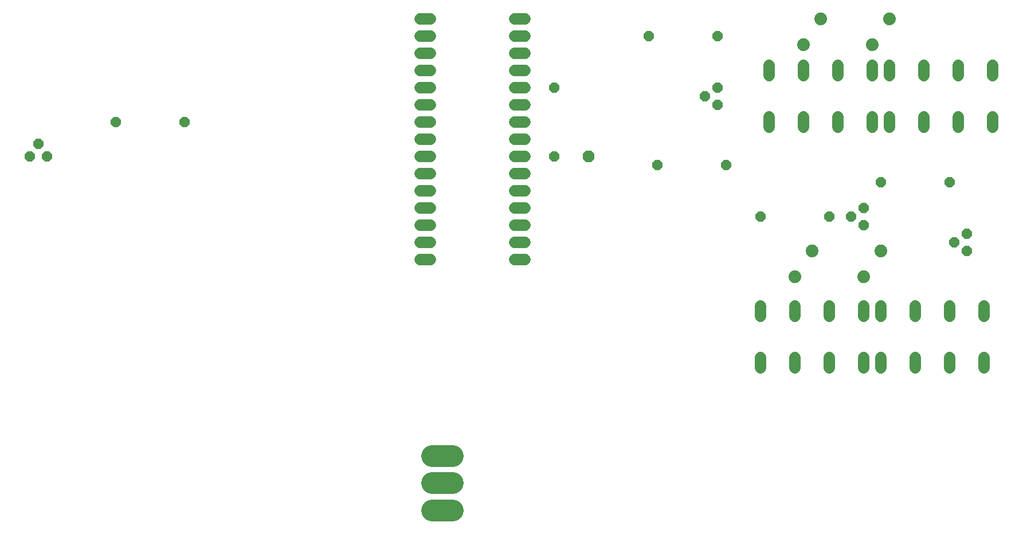
<source format=gbr>
G04 EAGLE Gerber X2 export*
%TF.Part,Single*%
%TF.FileFunction,Soldermask,Top,1*%
%TF.FilePolarity,Negative*%
%TF.GenerationSoftware,Autodesk,EAGLE,9.0.1*%
%TF.CreationDate,2018-06-20T09:19:30Z*%
G75*
%MOMM*%
%FSLAX34Y34*%
%LPD*%
%AMOC8*
5,1,8,0,0,1.08239X$1,22.5*%
G01*
%ADD10C,1.879600*%
%ADD11C,1.727200*%
%ADD12P,1.869504X8X22.500000*%
%ADD13P,1.649562X8X22.500000*%
%ADD14P,1.649562X8X292.500000*%
%ADD15C,3.213100*%
%ADD16P,1.649562X8X112.500000*%


D10*
X736600Y355600D03*
X635000Y355600D03*
X762000Y393700D03*
X660400Y393700D03*
X749300Y698500D03*
X647700Y698500D03*
X774700Y736600D03*
X673100Y736600D03*
D11*
X236220Y381000D02*
X220980Y381000D01*
X220980Y406400D02*
X236220Y406400D01*
X236220Y431800D02*
X220980Y431800D01*
X220980Y457200D02*
X236220Y457200D01*
X236220Y482600D02*
X220980Y482600D01*
X220980Y508000D02*
X236220Y508000D01*
X236220Y533400D02*
X220980Y533400D01*
X220980Y558800D02*
X236220Y558800D01*
X236220Y584200D02*
X220980Y584200D01*
X220980Y609600D02*
X236220Y609600D01*
X236220Y635000D02*
X220980Y635000D01*
X220980Y660400D02*
X236220Y660400D01*
X236220Y685800D02*
X220980Y685800D01*
X220980Y711200D02*
X236220Y711200D01*
X236220Y736600D02*
X220980Y736600D01*
X96520Y736600D02*
X81280Y736600D01*
X81280Y711200D02*
X96520Y711200D01*
X96520Y685800D02*
X81280Y685800D01*
X81280Y660400D02*
X96520Y660400D01*
X96520Y635000D02*
X81280Y635000D01*
X81280Y609600D02*
X96520Y609600D01*
X96520Y584200D02*
X81280Y584200D01*
X81280Y558800D02*
X96520Y558800D01*
X96520Y533400D02*
X81280Y533400D01*
X81280Y508000D02*
X96520Y508000D01*
X96520Y482600D02*
X81280Y482600D01*
X81280Y457200D02*
X96520Y457200D01*
X96520Y431800D02*
X81280Y431800D01*
X81280Y406400D02*
X96520Y406400D01*
X96520Y381000D02*
X81280Y381000D01*
D12*
X330200Y533400D03*
D11*
X584200Y236220D02*
X584200Y220980D01*
X635000Y220980D02*
X635000Y236220D01*
X685800Y236220D02*
X685800Y220980D01*
X736600Y220980D02*
X736600Y236220D01*
X812800Y236220D02*
X812800Y220980D01*
X863600Y220980D02*
X863600Y236220D01*
X914400Y236220D02*
X914400Y220980D01*
X914400Y297180D02*
X914400Y312420D01*
X863600Y312420D02*
X863600Y297180D01*
X812800Y297180D02*
X812800Y312420D01*
X736600Y312420D02*
X736600Y297180D01*
X685800Y297180D02*
X685800Y312420D01*
X635000Y312420D02*
X635000Y297180D01*
X584200Y297180D02*
X584200Y312420D01*
X762000Y236220D02*
X762000Y220980D01*
X762000Y297180D02*
X762000Y312420D01*
X596900Y576580D02*
X596900Y591820D01*
X647700Y591820D02*
X647700Y576580D01*
X698500Y576580D02*
X698500Y591820D01*
X749300Y591820D02*
X749300Y576580D01*
X825500Y576580D02*
X825500Y591820D01*
X876300Y591820D02*
X876300Y576580D01*
X927100Y576580D02*
X927100Y591820D01*
X927100Y652780D02*
X927100Y668020D01*
X876300Y668020D02*
X876300Y652780D01*
X825500Y652780D02*
X825500Y668020D01*
X749300Y668020D02*
X749300Y652780D01*
X698500Y652780D02*
X698500Y668020D01*
X647700Y668020D02*
X647700Y652780D01*
X596900Y652780D02*
X596900Y668020D01*
X774700Y591820D02*
X774700Y576580D01*
X774700Y652780D02*
X774700Y668020D01*
D13*
X431800Y520700D03*
X533400Y520700D03*
X-368300Y584200D03*
X-266700Y584200D03*
X584200Y444500D03*
X685800Y444500D03*
X762000Y495300D03*
X863600Y495300D03*
X419100Y711200D03*
X520700Y711200D03*
D14*
X279400Y635000D03*
X279400Y533400D03*
D15*
X129350Y10668D02*
X99251Y10668D01*
X99251Y50800D02*
X129350Y50800D01*
X129350Y90932D02*
X99251Y90932D01*
D16*
X520700Y635000D03*
X501650Y622300D03*
X520700Y609600D03*
X889000Y419100D03*
X869950Y406400D03*
X889000Y393700D03*
D13*
X-469900Y533400D03*
X-482600Y552450D03*
X-495300Y533400D03*
D16*
X736600Y457200D03*
X717550Y444500D03*
X736600Y431800D03*
M02*

</source>
